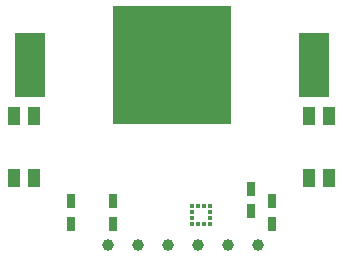
<source format=gts>
G04 #@! TF.GenerationSoftware,KiCad,Pcbnew,5.1.0*
G04 #@! TF.CreationDate,2019-04-19T18:29:55+02:00*
G04 #@! TF.ProjectId,Watch,57617463-682e-46b6-9963-61645f706362,rev?*
G04 #@! TF.SameCoordinates,Original*
G04 #@! TF.FileFunction,Soldermask,Top*
G04 #@! TF.FilePolarity,Negative*
%FSLAX46Y46*%
G04 Gerber Fmt 4.6, Leading zero omitted, Abs format (unit mm)*
G04 Created by KiCad (PCBNEW 5.1.0) date 2019-04-19 18:29:55*
%MOMM*%
%LPD*%
G04 APERTURE LIST*
%ADD10R,0.300000X0.350000*%
%ADD11R,2.500000X5.500000*%
%ADD12R,10.000000X10.000000*%
%ADD13R,0.750000X1.200000*%
%ADD14C,1.000000*%
%ADD15R,1.000000X1.550000*%
G04 APERTURE END LIST*
D10*
X139250000Y-110000000D03*
X139750000Y-110000000D03*
X140250000Y-110000000D03*
X140750000Y-110000000D03*
X140775000Y-109475000D03*
X140775000Y-108975000D03*
X140750000Y-108450000D03*
X140250000Y-108450000D03*
X139750000Y-108450000D03*
X139250000Y-108450000D03*
X139225000Y-108975000D03*
X139225000Y-109475000D03*
D11*
X149500000Y-96500000D03*
X125500000Y-96500000D03*
D12*
X137500000Y-96500000D03*
D13*
X146000000Y-109950000D03*
X146000000Y-108050000D03*
X144250000Y-108900000D03*
X144250000Y-107000000D03*
X132500000Y-109950000D03*
X132500000Y-108050000D03*
X129000000Y-109950000D03*
X129000000Y-108050000D03*
D14*
X139700000Y-111760000D03*
X137160000Y-111760000D03*
X132080000Y-111760000D03*
X144780000Y-111760000D03*
X142240000Y-111760000D03*
X134620000Y-111760000D03*
D15*
X149150000Y-106125000D03*
X149150000Y-100875000D03*
X150850000Y-100875000D03*
X150850000Y-106125000D03*
X125850000Y-100875000D03*
X125850000Y-106125000D03*
X124150000Y-106125000D03*
X124150000Y-100875000D03*
M02*

</source>
